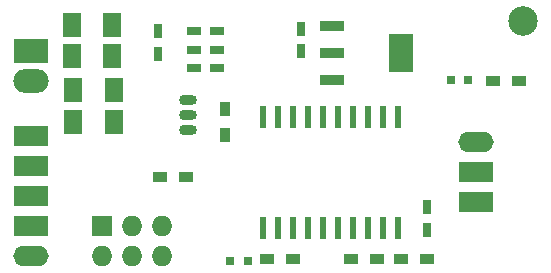
<source format=gts>
G04 #@! TF.FileFunction,Soldermask,Top*
%FSLAX46Y46*%
G04 Gerber Fmt 4.6, Leading zero omitted, Abs format (unit mm)*
G04 Created by KiCad (PCBNEW 0.201507042246+5884~23~ubuntu14.04.1-product) date Wed 08 Jul 2015 10:22:00 AM CEST*
%MOMM*%
G01*
G04 APERTURE LIST*
%ADD10C,0.100000*%
%ADD11R,0.750000X1.200000*%
%ADD12R,1.200000X0.750000*%
%ADD13R,1.200000X0.900000*%
%ADD14R,0.900000X1.200000*%
%ADD15R,0.797560X0.797560*%
%ADD16R,0.600000X1.950000*%
%ADD17O,3.000000X2.032000*%
%ADD18R,3.000000X2.032000*%
%ADD19R,1.500000X2.000000*%
%ADD20O,3.000000X1.727200*%
%ADD21R,3.000000X1.727200*%
%ADD22R,1.727200X1.727200*%
%ADD23O,1.727200X1.727200*%
%ADD24R,2.150000X0.950000*%
%ADD25R,2.150000X3.250000*%
%ADD26O,1.501140X0.899160*%
%ADD27C,2.499360*%
G04 APERTURE END LIST*
D10*
D11*
X120100000Y-124850000D03*
X120100000Y-122950000D03*
X132200000Y-124650000D03*
X132200000Y-122750000D03*
D12*
X123150000Y-126100000D03*
X125050000Y-126100000D03*
D13*
X150600000Y-127200000D03*
X148400000Y-127200000D03*
D14*
X125700000Y-131700000D03*
X125700000Y-129500000D03*
D13*
X120200000Y-135300000D03*
X122400000Y-135300000D03*
X138600000Y-142200000D03*
X136400000Y-142200000D03*
D15*
X146349300Y-127100000D03*
X144850700Y-127100000D03*
D16*
X140415000Y-130200000D03*
X139145000Y-130200000D03*
X137875000Y-130200000D03*
X136605000Y-130200000D03*
X135335000Y-130200000D03*
X134065000Y-130200000D03*
X132795000Y-130200000D03*
X131525000Y-130200000D03*
X130255000Y-130200000D03*
X128985000Y-130200000D03*
X128985000Y-139600000D03*
X130255000Y-139600000D03*
X131525000Y-139600000D03*
X132795000Y-139600000D03*
X134065000Y-139600000D03*
X135335000Y-139600000D03*
X136605000Y-139600000D03*
X137875000Y-139600000D03*
X139145000Y-139600000D03*
X140415000Y-139600000D03*
D17*
X109300000Y-127200000D03*
D18*
X109300000Y-124660000D03*
D13*
X142800000Y-142200000D03*
X140600000Y-142200000D03*
D12*
X123150000Y-122900000D03*
X125050000Y-122900000D03*
X123150000Y-124500000D03*
X125050000Y-124500000D03*
D19*
X112900000Y-130600000D03*
X116300000Y-130600000D03*
X112800000Y-122400000D03*
X116200000Y-122400000D03*
X116200000Y-125000000D03*
X112800000Y-125000000D03*
X116300000Y-127900000D03*
X112900000Y-127900000D03*
D11*
X142800000Y-139750000D03*
X142800000Y-137850000D03*
D20*
X147000000Y-132300000D03*
D21*
X147000000Y-134840000D03*
X147000000Y-137380000D03*
D22*
X115300000Y-139400000D03*
D23*
X115300000Y-141940000D03*
X117840000Y-139400000D03*
X117840000Y-141940000D03*
X120380000Y-139400000D03*
X120380000Y-141940000D03*
D24*
X134800000Y-127100000D03*
X134800000Y-124800000D03*
X134800000Y-122500000D03*
D25*
X140600000Y-124800000D03*
D26*
X122600000Y-130030000D03*
X122600000Y-128760000D03*
X122600000Y-131300000D03*
D21*
X109300000Y-131840000D03*
D20*
X109300000Y-142000000D03*
D21*
X109300000Y-139460000D03*
X109300000Y-136920000D03*
X109300000Y-134380000D03*
D15*
X127649300Y-142400000D03*
X126150700Y-142400000D03*
D13*
X131500000Y-142200000D03*
X129300000Y-142200000D03*
D27*
X151000000Y-122100000D03*
M02*

</source>
